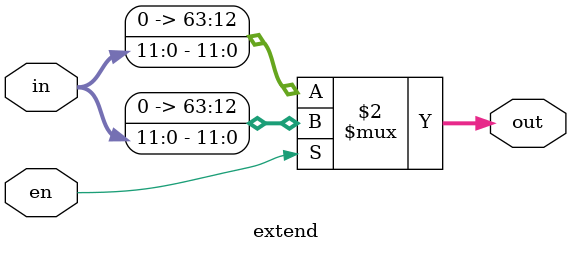
<source format=v>
`timescale 1ns / 1ps


module extend(
    input en,
    input [11:0] in,
    output [63:0] out 
    );

assign out = en ? $signed(in) : in;

endmodule

</source>
